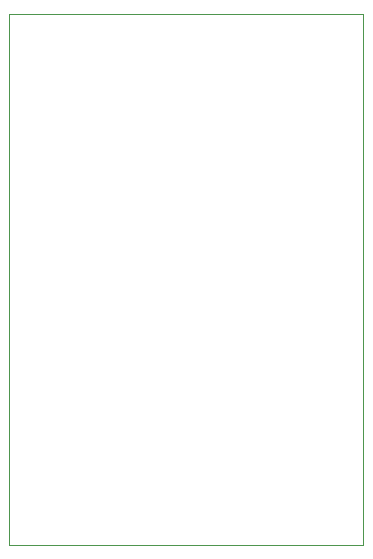
<source format=gbr>
G04 #@! TF.GenerationSoftware,KiCad,Pcbnew,7.0.1-0*
G04 #@! TF.CreationDate,2025-03-17T17:28:38+01:00*
G04 #@! TF.ProjectId,LED-Controller,4c45442d-436f-46e7-9472-6f6c6c65722e,rev?*
G04 #@! TF.SameCoordinates,Original*
G04 #@! TF.FileFunction,Profile,NP*
%FSLAX46Y46*%
G04 Gerber Fmt 4.6, Leading zero omitted, Abs format (unit mm)*
G04 Created by KiCad (PCBNEW 7.0.1-0) date 2025-03-17 17:28:38*
%MOMM*%
%LPD*%
G01*
G04 APERTURE LIST*
G04 #@! TA.AperFunction,Profile*
%ADD10C,0.100000*%
G04 #@! TD*
G04 APERTURE END LIST*
D10*
X138938000Y-129794000D02*
X168910000Y-129794000D01*
X168910000Y-129794000D02*
X168910000Y-84836000D01*
X138938000Y-84836000D02*
X168910000Y-84836000D01*
X138938000Y-84836000D02*
X138938000Y-129794000D01*
M02*

</source>
